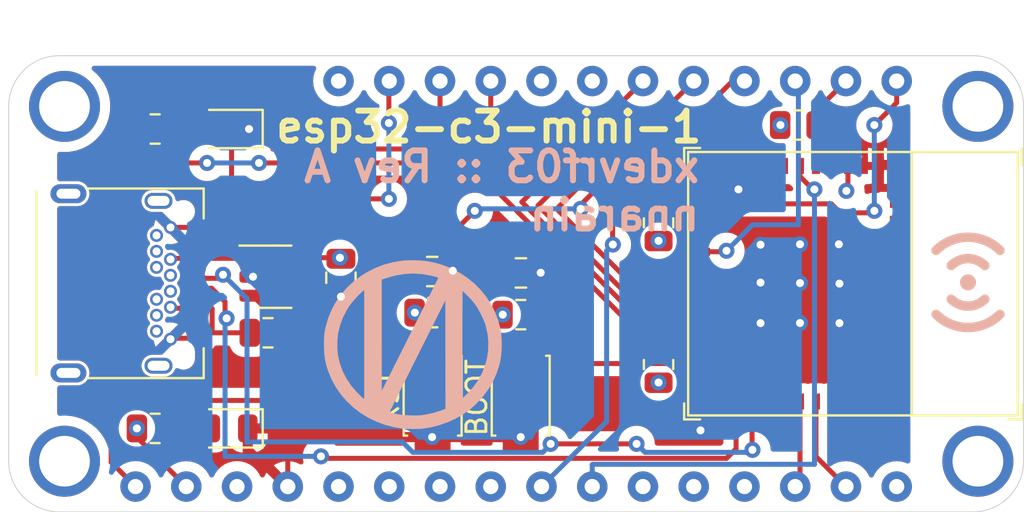
<source format=kicad_pcb>
(kicad_pcb (version 20211014) (generator pcbnew)
  (layers (0 "F.Cu" signal) (1 "In1.Cu" power "PWR") (2 "In2.Cu" power "GND") (31 "B.Cu" signal) (34 "B.Paste" user) (35 "F.Paste" user) (36 "B.SilkS" user "B.Silkscreen") (37 "F.SilkS" user "F.Silkscreen") (38 "B.Mask" user) (39 "F.Mask" user) (44 "Edge.Cuts" user))
  (net 0 "")
  (net 1 "/nreset")
  (net 2 "GND")
  (net 3 "/boot")
  (net 4 "+3V3")
  (net 5 "Net-(D1-Pad2)")
  (net 6 "Net-(D2-Pad2)")
  (net 7 "VBUS")
  (net 9 "/usb_dp")
  (net 10 "/usb_dm")
  (net 12 "Net-(R4-Pad2)")
  (net 13 "/sda")
  (net 14 "/scl")
  (net 15 "Net-(R8-Pad1)")
  (net 20 "Net-(U2-Pad7)")
  (net 21 "Net-(U2-Pad8)")
  (net 22 "Net-(U2-Pad9)")
  (net 23 "Net-(U2-Pad10)")
  (net 29 "Net-(U2-Pad21)")
  (net 30 "Net-(U2-Pad22)")
  (net 34 "/uart_rx")
  (net 35 "/uart_tx")
  (net 51 "/enable")
  (footprint "Resistor_SMD:R_0805_2012Metric" (layer "F.Cu") (at 134.4 93.3)
    (fp_text reference "R7" hide)
    (fp_text value "10k" hide)
    (pad "1" smd roundrect (at -0.9125 0) (size 1.025 1.4) (layers "F.Cu" "F.Paste" "F.Mask") (roundrect_rratio 0.243902) (net 4 "+3V3"))
    (pad "2" smd roundrect (at 0.9125 0) (size 1.025 1.4) (layers "F.Cu" "F.Paste" "F.Mask") (roundrect_rratio 0.243902) (net 1 "/nreset"))
  )
  (footprint "Capacitor_SMD:C_0805_2012Metric" (layer "F.Cu") (at 129.8 91.55 -90)
    (fp_text reference "C3" hide)
    (fp_text value "1uF" hide)
    (pad "1" smd roundrect (at -0.95 0 270) (size 1 1.45) (layers "F.Cu" "F.Paste" "F.Mask") (net 4 "+3V3"))
    (pad "2" smd roundrect (at 0.95 0 270) (size 1 1.45) (layers "F.Cu" "F.Paste" "F.Mask") (net 2 "GND"))
  )
  (footprint "symbols:logo-bsilk" (layer "F.Cu") (at 132.67932 94.887653)
    (fp_text reference "G***" hide)
    (fp_text value "LOGO" hide)
  )
  (footprint "USB-C-Connectors:TYPE-C-31-M-04" (layer "F.Cu") (at 117.56 91.83 -90)
    (fp_text reference "P1" hide)
    (fp_text value "USB_C_Plug_USB2.0" hide)
    (pad "" np_thru_hole oval locked (at 3.6 -4.36 270) (size 0.95 0.65) (drill oval 0.95 0.65) (layers *.Cu *.Mask))
    (pad "" np_thru_hole circle locked (at -3.6 -4.36 270) (size 0.65 0.65) (drill 0.65) (layers *.Cu *.Mask))
    (pad "31" thru_hole oval locked (at 4.49 1.4 270) (size 0.95 1.8) (drill oval 0.5 1.2) (layers *.Cu *.Mask))
    (pad "32" thru_hole oval locked (at 4.13 -3.11 270) (size 0.8 1.4) (drill oval 0.5 1.1) (layers *.Cu *.Mask))
    (pad "33" thru_hole oval locked (at -4.13 -3.11 270) (size 0.8 1.4) (drill oval 0.5 1.1) (layers *.Cu *.Mask))
    (pad "34" thru_hole oval locked (at -4.49 1.4 270) (size 0.95 1.8) (drill oval 0.5 1.2) (layers *.Cu *.Mask))
    (pad "A1" smd rect locked (at -2.75 -5.07 270) (size 0.3 0.8) (layers "F.Cu" "F.Paste" "F.Mask") (net 2 "GND"))
    (pad "A2" smd rect locked (at -2.25 -5.07 270) (size 0.3 0.8) (layers "F.Cu" "F.Paste" "F.Mask"))
    (pad "A3" smd rect locked (at -1.75 -5.07 270) (size 0.3 0.8) (layers "F.Cu" "F.Paste" "F.Mask"))
    (pad "A4" smd rect locked (at -1.25 -5.07 270) (size 0.3 0.8) (layers "F.Cu" "F.Paste" "F.Mask") (net 7 "VBUS"))
    (pad "A5" smd rect locked (at -0.75 -5.07 270) (size 0.3 0.8) (layers "F.Cu" "F.Paste" "F.Mask"))
    (pad "A6" smd rect locked (at -0.25 -5.07 270) (size 0.3 0.8) (layers "F.Cu" "F.Paste" "F.Mask") (net 9 "/usb_dp"))
    (pad "A7" smd rect locked (at 0.25 -5.07 270) (size 0.3 0.8) (layers "F.Cu" "F.Paste" "F.Mask") (net 10 "/usb_dm"))
    (pad "A8" smd rect locked (at 0.75 -5.07 270) (size 0.3 0.8) (layers "F.Cu" "F.Paste" "F.Mask"))
    (pad "A9" smd rect locked (at 1.25 -5.07 270) (size 0.3 0.8) (layers "F.Cu" "F.Paste" "F.Mask") (net 7 "VBUS"))
    (pad "A10" smd rect locked (at 1.75 -5.07 270) (size 0.3 0.8) (layers "F.Cu" "F.Paste" "F.Mask"))
    (pad "A11" smd rect locked (at 2.25 -5.07 270) (size 0.3 0.8) (layers "F.Cu" "F.Paste" "F.Mask"))
    (pad "A12" smd rect locked (at 2.75 -5.07 270) (size 0.3 0.8) (layers "F.Cu" "F.Paste" "F.Mask") (net 2 "GND"))
    (pad "B1" thru_hole circle locked (at 2.8 -3.71 270) (size 0.65 0.65) (drill 0.4) (layers *.Cu *.Mask) (net 2 "GND"))
    (pad "B2" thru_hole circle locked (at 2.4 -3.01 270) (size 0.65 0.65) (drill 0.4) (layers *.Cu *.Mask))
    (pad "B3" thru_hole circle locked (at 1.6 -3.01 270) (size 0.65 0.65) (drill 0.4) (layers *.Cu *.Mask))
    (pad "B4" thru_hole circle locked (at 1.2 -3.71 270) (size 0.65 0.65) (drill 0.4) (layers *.Cu *.Mask) (net 7 "VBUS"))
    (pad "B5" thru_hole circle locked (at 0.8 -3.01 270) (size 0.65 0.65) (drill 0.4) (layers *.Cu *.Mask))
    (pad "B6" thru_hole circle locked (at 0.4 -3.71 270) (size 0.65 0.65) (drill 0.4) (layers *.Cu *.Mask))
    (pad "B7" thru_hole circle locked (at -0.4 -3.71 270) (size 0.65 0.65) (drill 0.4) (layers *.Cu *.Mask))
    (pad "B8" thru_hole circle locked (at -0.8 -3.01 270) (size 0.65 0.65) (drill 0.4) (layers *.Cu *.Mask))
    (pad "B9" thru_hole circle locked (at -1.2 -3.71 270) (size 0.65 0.65) (drill 0.4) (layers *.Cu *.Mask) (net 7 "VBUS"))
    (pad "B10" thru_hole circle locked (at -1.6 -3.01 270) (size 0.65 0.65) (drill 0.4) (layers *.Cu *.Mask))
    (pad "B11" thru_hole circle locked (at -2.4 -3.01 270) (size 0.65 0.65) (drill 0.4) (layers *.Cu *.Mask))
    (pad "B12" thru_hole circle locked (at -2.8 -3.71 270) (size 0.65 0.65) (drill 0.4) (layers *.Cu *.Mask) (net 2 "GND"))
  )
  (footprint "Resistor_SMD:R_0805_2012Metric" (layer "F.Cu") (at 152.7 83.9)
    (fp_text reference "R6" hide)
    (fp_text value "10k" hide)
    (pad "1" smd roundrect (at -0.9125 0) (size 1.025 1.4) (layers "F.Cu" "F.Paste" "F.Mask") (roundrect_rratio 0.243902) (net 4 "+3V3"))
    (pad "2" smd roundrect (at 0.9125 0) (size 1.025 1.4) (layers "F.Cu" "F.Paste" "F.Mask") (roundrect_rratio 0.243902) (net 14 "/scl"))
  )
  (footprint "adafruit:Feather_Main" (layer "F.Cu") (at 136.03 77.885)
    (fp_text reference "U2" hide)
    (fp_text value "Feather" hide)
    (fp_line (start 27.939532 22.908762) (end 27.94 5.08) (layer "Edge.Cuts") (width 0.05))
    (fp_line (start -20.32 25.4) (end 25.4 25.4) (layer "Edge.Cuts") (width 0.05))
    (fp_line (start -22.86 5.08) (end -22.86 22.86) (layer "Edge.Cuts") (width 0.05))
    (fp_line (start 25.4 2.54) (end -20.32 2.54) (layer "Edge.Cuts") (width 0.05))
    (fp_arc (start -20.32 25.4) (mid -22.116051 24.656051) (end -22.86 22.86) (layer "Edge.Cuts") (width 0.05))
    (fp_arc (start -22.86 5.08) (mid -22.116051 3.283949) (end -20.32 2.54) (layer "Edge.Cuts") (width 0.05))
    (fp_arc (start 27.939532 22.908762) (mid 27.178728 24.673209) (end 25.4 25.4) (layer "Edge.Cuts") (width 0.05))
    (fp_arc (start 25.4 2.54) (mid 27.196051 3.283949) (end 27.94 5.08) (layer "Edge.Cuts") (width 0.05))
    (pad "" np_thru_hole circle (at -20.066 22.86) (size 3.556 3.556) (drill 2.54) (layers *.Cu *.Mask))
    (pad "" np_thru_hole circle (at 25.654 5.08) (size 3.556 3.556) (drill 2.54) (layers *.Cu *.Mask))
    (pad "" np_thru_hole circle (at 25.654 22.86) (size 3.556 3.556) (drill 2.54) (layers *.Cu *.Mask))
    (pad "" np_thru_hole circle (at -20.066 5.08) (size 3.556 3.556) (drill 2.54) (layers *.Cu *.Mask))
    (pad "1" thru_hole circle (at -6.35 3.81) (size 1.524 1.524) (drill 0.762) (layers *.Cu *.Mask))
    (pad "2" thru_hole circle (at -3.81 3.81) (size 1.524 1.524) (drill 0.762) (layers *.Cu *.Mask) (net 51 "/enable"))
    (pad "3" thru_hole circle (at -1.27 3.81) (size 1.524 1.524) (drill 0.762) (layers *.Cu *.Mask) (net 7 "VBUS"))
    (pad "4" thru_hole circle (at 1.27 3.81) (size 1.524 1.524) (drill 0.762) (layers *.Cu *.Mask) (net 15 "Net-(R8-Pad1)"))
    (pad "5" thru_hole circle (at 3.81 3.81) (size 1.524 1.524) (drill 0.762) (layers *.Cu *.Mask))
    (pad "6" thru_hole circle (at 6.35 3.81) (size 1.524 1.524) (drill 0.762) (layers *.Cu *.Mask))
    (pad "7" thru_hole circle (at 8.89 3.81) (size 1.524 1.524) (drill 0.762) (layers *.Cu *.Mask) (net 20 "Net-(U2-Pad7)"))
    (pad "8" thru_hole circle (at 11.43 3.81) (size 1.524 1.524) (drill 0.762) (layers *.Cu *.Mask) (net 21 "Net-(U2-Pad8)"))
    (pad "9" thru_hole circle (at 13.97 3.81) (size 1.524 1.524) (drill 0.762) (layers *.Cu *.Mask) (net 22 "Net-(U2-Pad9)"))
    (pad "10" thru_hole circle (at 16.51 3.81) (size 1.524 1.524) (drill 0.762) (layers *.Cu *.Mask) (net 23 "Net-(U2-Pad10)"))
    (pad "11" thru_hole circle (at 19.05 3.81) (size 1.524 1.524) (drill 0.762) (layers *.Cu *.Mask) (net 14 "/scl"))
    (pad "12" thru_hole circle (at 21.59 3.81) (size 1.524 1.524) (drill 0.762) (layers *.Cu *.Mask) (net 13 "/sda"))
    (pad "13" thru_hole circle (at -16.51 24.13) (size 1.524 1.524) (drill 0.762) (layers *.Cu *.Mask) (net 1 "/nreset"))
    (pad "14" thru_hole circle (at -13.97 24.13) (size 1.524 1.524) (drill 0.762) (layers *.Cu *.Mask) (net 4 "+3V3"))
    (pad "15" thru_hole circle (at -11.43 24.13) (size 1.524 1.524) (drill 0.762) (layers *.Cu *.Mask))
    (pad "16" thru_hole circle (at -8.89 24.13) (size 1.524 1.524) (drill 0.762) (layers *.Cu *.Mask) (net 2 "GND"))
    (pad "17" thru_hole circle (at -6.35 24.13) (size 1.524 1.524) (drill 0.762) (layers *.Cu *.Mask))
    (pad "18" thru_hole circle (at -3.81 24.13) (size 1.524 1.524) (drill 0.762) (layers *.Cu *.Mask))
    (pad "19" thru_hole circle (at -1.27 24.13) (size 1.524 1.524) (drill 0.762) (layers *.Cu *.Mask))
    (pad "20" thru_hole circle (at 1.27 24.13) (size 1.524 1.524) (drill 0.762) (layers *.Cu *.Mask))
    (pad "21" thru_hole circle (at 3.81 24.13) (size 1.524 1.524) (drill 0.762) (layers *.Cu *.Mask) (net 29 "Net-(U2-Pad21)"))
    (pad "22" thru_hole circle (at 6.35 24.13) (size 1.524 1.524) (drill 0.762) (layers *.Cu *.Mask) (net 30 "Net-(U2-Pad22)"))
    (pad "23" thru_hole circle (at 8.89 24.13) (size 1.524 1.524) (drill 0.762) (layers *.Cu *.Mask))
    (pad "24" thru_hole circle (at 11.43 24.13) (size 1.524 1.524) (drill 0.762) (layers *.Cu *.Mask))
    (pad "25" thru_hole circle (at 13.97 24.13) (size 1.524 1.524) (drill 0.762) (layers *.Cu *.Mask))
    (pad "26" thru_hole circle (at 16.51 24.13) (size 1.524 1.524) (drill 0.762) (layers *.Cu *.Mask) (net 34 "/uart_rx"))
    (pad "27" thru_hole circle (at 19.05 24.13) (size 1.524 1.524) (drill 0.762) (layers *.Cu *.Mask) (net 35 "/uart_tx"))
    (pad "28" thru_hole circle (at 21.59 24.13) (size 1.524 1.524) (drill 0.762) (layers *.Cu *.Mask))
  )
  (footprint "Capacitor_SMD:C_0805_2012Metric" (layer "F.Cu") (at 134.37 91.24)
    (fp_text reference "C1" hide)
    (fp_text value "100nF" hide)
    (pad "1" smd roundrect (at -0.95 0) (size 1 1.45) (layers "F.Cu" "F.Paste" "F.Mask") (net 1 "/nreset"))
    (pad "2" smd roundrect (at 0.95 0) (size 1 1.45) (layers "F.Cu" "F.Paste" "F.Mask") (net 2 "GND"))
  )
  (footprint "Resistor_SMD:R_0805_2012Metric" (layer "F.Cu") (at 145.7 88.8 90)
    (fp_text reference "R5" hide)
    (fp_text value "10k" hide)
    (pad "1" smd roundrect (at -0.9125 0 90) (size 1.025 1.4) (layers "F.Cu" "F.Paste" "F.Mask") (roundrect_rratio 0.243902) (net 4 "+3V3"))
    (pad "2" smd roundrect (at 0.9125 0 90) (size 1.025 1.4) (layers "F.Cu" "F.Paste" "F.Mask") (roundrect_rratio 0.243902) (net 13 "/sda"))
  )
  (footprint "LED_SMD:LED_0805_2012Metric" (layer "F.Cu") (at 124.2 99.1 180)
    (fp_text reference "D1" hide)
    (fp_text value "PWR" hide)
    (pad "1" smd roundrect (at -0.9375 0 180) (size 0.975 1.4) (layers "F.Cu" "F.Paste" "F.Mask") (net 2 "GND"))
    (pad "2" smd roundrect (at 0.9375 0 180) (size 0.975 1.4) (layers "F.Cu" "F.Paste" "F.Mask") (net 5 "Net-(D1-Pad2)"))
  )
  (footprint "Resistor_SMD:R_0805_2012Metric" (layer "F.Cu") (at 126.15 94.31)
    (fp_text reference "R1" hide)
    (fp_text value "10k" hide)
    (pad "1" smd roundrect (at -0.9125 0) (size 1.025 1.4) (layers "F.Cu" "F.Paste" "F.Mask") (roundrect_rratio 0.243902) (net 7 "VBUS"))
    (pad "2" smd roundrect (at 0.9125 0) (size 1.025 1.4) (layers "F.Cu" "F.Paste" "F.Mask") (roundrect_rratio 0.243902) (net 51 "/enable"))
  )
  (footprint "Resistor_SMD:R_0805_2012Metric" (layer "F.Cu") (at 145.7 95.9 90)
    (fp_text reference "R4" hide)
    (fp_text value "10k" hide)
    (pad "1" smd roundrect (at -0.9125 0 90) (size 1.025 1.4) (layers "F.Cu" "F.Paste" "F.Mask") (roundrect_rratio 0.243902) (net 4 "+3V3"))
    (pad "2" smd roundrect (at 0.9125 0 90) (size 1.025 1.4) (layers "F.Cu" "F.Paste" "F.Mask") (roundrect_rratio 0.243902) (net 12 "Net-(R4-Pad2)"))
  )
  (footprint "Resistor_SMD:R_0805_2012Metric" (layer "F.Cu") (at 120.5 84.1)
    (fp_text reference "R8" hide)
    (fp_text value "330" hide)
    (pad "1" smd roundrect (at -0.9125 0) (size 1.025 1.4) (layers "F.Cu" "F.Paste" "F.Mask") (roundrect_rratio 0.243902) (net 15 "Net-(R8-Pad1)"))
    (pad "2" smd roundrect (at 0.9125 0) (size 1.025 1.4) (layers "F.Cu" "F.Paste" "F.Mask") (roundrect_rratio 0.243902) (net 6 "Net-(D2-Pad2)"))
  )
  (footprint "Espressif:ESP32-C3-MINI-1" (layer "F.Cu") (at 152.78 91.85 -90)
    (fp_text reference "U3" hide)
    (fp_text value "ESP32-C3-MINI-1" hide)
    (pad "1" smd rect (at -5.9 -4) (size 0.4 0.8) (layers "F.Cu" "F.Paste" "F.Mask") (net 2 "GND"))
    (pad "2" smd rect (at -5.9 -3.2) (size 0.4 0.8) (layers "F.Cu" "F.Paste" "F.Mask") (net 2 "GND"))
    (pad "3" smd rect (at -5.9 -2.4) (size 0.4 0.8) (layers "F.Cu" "F.Paste" "F.Mask") (net 4 "+3V3"))
    (pad "4" smd rect (at -5.9 -1.6) (size 0.4 0.8) (layers "F.Cu" "F.Paste" "F.Mask"))
    (pad "5" smd rect (at -5.9 -0.8) (size 0.4 0.8) (layers "F.Cu" "F.Paste" "F.Mask") (net 14 "/scl"))
    (pad "6" smd rect (at -5.9 0) (size 0.4 0.8) (layers "F.Cu" "F.Paste" "F.Mask") (net 30 "Net-(U2-Pad22)"))
    (pad "7" smd rect (at -5.9 0.8) (size 0.4 0.8) (layers "F.Cu" "F.Paste" "F.Mask"))
    (pad "8" smd rect (at -5.9 1.6) (size 0.4 0.8) (layers "F.Cu" "F.Paste" "F.Mask") (net 1 "/nreset"))
    (pad "9" smd rect (at -5.9 2.4) (size 0.4 0.8) (layers "F.Cu" "F.Paste" "F.Mask"))
    (pad "10" smd rect (at -5.9 3.2) (size 0.4 0.8) (layers "F.Cu" "F.Paste" "F.Mask"))
    (pad "11" smd rect (at -5.9 4) (size 0.4 0.8) (layers "F.Cu" "F.Paste" "F.Mask") (net 2 "GND"))
    (pad "12" smd rect (at -4.8 4.9 270) (size 0.4 0.8) (layers "F.Cu" "F.Paste" "F.Mask") (net 29 "Net-(U2-Pad21)"))
    (pad "13" smd rect (at -4 4.9 270) (size 0.4 0.8) (layers "F.Cu" "F.Paste" "F.Mask") (net 13 "/sda"))
    (pad "14" smd rect (at -3.2 4.9 270) (size 0.4 0.8) (layers "F.Cu" "F.Paste" "F.Mask") (net 2 "GND"))
    (pad "15" smd rect (at -2.4 4.9 270) (size 0.4 0.8) (layers "F.Cu" "F.Paste" "F.Mask"))
    (pad "16" smd rect (at -1.6 4.9 270) (size 0.4 0.8) (layers "F.Cu" "F.Paste" "F.Mask") (net 23 "Net-(U2-Pad10)"))
    (pad "17" smd rect (at -0.8 4.9 270) (size 0.4 0.8) (layers "F.Cu" "F.Paste" "F.Mask"))
    (pad "18" smd rect (at 0 4.9 270) (size 0.4 0.8) (layers "F.Cu" "F.Paste" "F.Mask") (net 22 "Net-(U2-Pad9)"))
    (pad "19" smd rect (at 0.8 4.9 270) (size 0.4 0.8) (layers "F.Cu" "F.Paste" "F.Mask") (net 21 "Net-(U2-Pad8)"))
    (pad "20" smd rect (at 1.6 4.9 270) (size 0.4 0.8) (layers "F.Cu" "F.Paste" "F.Mask") (net 20 "Net-(U2-Pad7)"))
    (pad "21" smd rect (at 2.4 4.9 270) (size 0.4 0.8) (layers "F.Cu" "F.Paste" "F.Mask") (net 15 "Net-(R8-Pad1)"))
    (pad "22" smd rect (at 3.2 4.9 270) (size 0.4 0.8) (layers "F.Cu" "F.Paste" "F.Mask") (net 12 "Net-(R4-Pad2)"))
    (pad "23" smd rect (at 4 4.9 270) (size 0.4 0.8) (layers "F.Cu" "F.Paste" "F.Mask") (net 3 "/boot"))
    (pad "24" smd rect (at 4.8 4.9 270) (size 0.4 0.8) (layers "F.Cu" "F.Paste" "F.Mask"))
    (pad "25" smd rect (at 5.9 4) (size 0.4 0.8) (layers "F.Cu" "F.Paste" "F.Mask"))
    (pad "26" smd rect (at 5.9 3.2) (size 0.4 0.8) (layers "F.Cu" "F.Paste" "F.Mask") (net 10 "/usb_dm"))
    (pad "27" smd rect (at 5.9 2.4) (size 0.4 0.8) (layers "F.Cu" "F.Paste" "F.Mask") (net 9 "/usb_dp"))
    (pad "28" smd rect (at 5.9 1.6) (size 0.4 0.8) (layers "F.Cu" "F.Paste" "F.Mask"))
    (pad "29" smd rect (at 5.9 0.8) (size 0.4 0.8) (layers "F.Cu" "F.Paste" "F.Mask"))
    (pad "30" smd rect (at 5.9 0) (size 0.4 0.8) (layers "F.Cu" "F.Paste" "F.Mask") (net 34 "/uart_rx"))
    (pad "31" smd rect (at 5.9 -0.8) (size 0.4 0.8) (layers "F.Cu" "F.Paste" "F.Mask") (net 35 "/uart_tx"))
    (pad "32" smd rect (at 5.9 -1.6) (size 0.4 0.8) (layers "F.Cu" "F.Paste" "F.Mask"))
    (pad "33" smd rect (at 5.9 -2.4) (size 0.4 0.8) (layers "F.Cu" "F.Paste" "F.Mask"))
    (pad "34" smd rect (at 5.9 -3.2) (size 0.4 0.8) (layers "F.Cu" "F.Paste" "F.Mask"))
    (pad "35" smd rect (at 5.9 -4) (size 0.4 0.8) (layers "F.Cu" "F.Paste" "F.Mask"))
    (pad "36" smd rect (at 0.8 -4.9 270) (size 0.4 0.8) (layers "F.Cu" "F.Paste" "F.Mask") (net 2 "GND"))
    (pad "36" smd rect (at -1.6 -4.9 270) (size 0.4 0.8) (layers "F.Cu" "F.Paste" "F.Mask") (net 2 "GND"))
    (pad "36" smd rect (at -1.975 0) (size 1.45 1.45) (layers "F.Cu" "F.Paste" "F.Mask") (net 2 "GND"))
    (pad "36" smd rect (at -0.8 -4.9 270) (size 0.4 0.8) (layers "F.Cu" "F.Paste" "F.Mask") (net 2 "GND"))
    (pad "36" smd rect (at -5.95 -4.95) (size 0.7 0.7) (layers "F.Cu" "F.Paste" "F.Mask") (net 2 "GND"))
    (pad "36" smd rect (at 1.975 1.975) (size 1.45 1.45) (layers "F.Cu" "F.Paste" "F.Mask") (net 2 "GND"))
    (pad "36" smd rect (at 1.6 -4.9 270) (size 0.4 0.8) (layers "F.Cu" "F.Paste" "F.Mask") (net 2 "GND"))
    (pad "36" smd rect (at 0 0) (size 1.45 1.45) (layers "F.Cu" "F.Paste" "F.Mask") (net 2 "GND"))
    (pad "36" smd rect (at 5.95 -4.95) (size 0.7 0.7) (layers "F.Cu" "F.Paste" "F.Mask") (net 2 "GND"))
    (pad "36" smd rect (at 1.975 -1.975) (size 1.45 1.45) (layers "F.Cu" "F.Paste" "F.Mask") (net 2 "GND"))
    (pad "36" smd rect (at 2.4 -4.9 270) (size 0.4 0.8) (layers "F.Cu" "F.Paste" "F.Mask") (net 2 "GND"))
    (pad "36" smd rect (at -5.95 4.95) (size 0.7 0.7) (layers "F.Cu" "F.Paste" "F.Mask") (net 2 "GND"))
    (pad "36" smd rect (at -4.8 -4.9 270) (size 0.4 0.8) (layers "F.Cu" "F.Paste" "F.Mask") (net 2 "GND"))
    (pad "36" smd rect (at -2.4 -4.9 270) (size 0.4 0.8) (layers "F.Cu" "F.Paste" "F.Mask") (net 2 "GND"))
    (pad "36" smd rect (at 4 -4.9 270) (size 0.4 0.8) (layers "F.Cu" "F.Paste" "F.Mask") (net 2 "GND"))
    (pad "36" smd rect (at -4 -4.9 270) (size 0.4 0.8) (layers "F.Cu" "F.Paste" "F.Mask") (net 2 "GND"))
    (pad "36" smd rect (at 3.2 -4.9 270) (size 0.4 0.8) (layers "F.Cu" "F.Paste" "F.Mask") (net 2 "GND"))
    (pad "36" smd rect (at 0 -4.9 270) (size 0.4 0.8) (layers "F.Cu" "F.Paste" "F.Mask") (net 2 "GND"))
    (pad "36" smd rect (at 0 1.975) (size 1.45 1.45) (layers "F.Cu" "F.Paste" "F.Mask") (net 2 "GND"))
    (pad "36" smd rect (at 0 -1.975) (size 1.45 1.45) (layers "F.Cu" "F.Paste" "F.Mask") (net 2 "GND"))
    (pad "36" smd rect (at -1.975 1.975) (size 1.45 1.45) (layers "F.Cu" "F.Paste" "F.Mask") (net 2 "GND"))
    (pad "36" smd rect (at 5.95 4.95) (size 0.7 0.7) (layers "F.Cu" "F.Paste" "F.Mask") (net 2 "GND"))
    (pad "36" smd rect (at 1.975 0) (size 1.45 1.45) (layers "F.Cu" "F.Paste" "F.Mask") (net 2 "GND"))
    (pad "36" smd rect (at 4.8 -4.9 270) (size 0.4 0.8) (layers "F.Cu" "F.Paste" "F.Mask") (net 2 "GND"))
    (pad "36" smd custom (at -1.975 -1.975 270) (size 0.8 0.8) (layers "F.Cu" "F.Paste" "F.Mask") (net 2 "GND") (options (clearance outline) (anchor rect)) (primitives (gr_poly (pts (xy 0.725 0.725) (xy -0.725 0.725) (xy -0.725 -0.125) (xy -0.125 -0.725) (xy 0.725 -0.725)) (width 0) (fill yes))))
    (pad "36" smd rect (at -3.2 -4.9 270) (size 0.4 0.8) (layers "F.Cu" "F.Paste" "F.Mask") (net 2 "GND"))
  )
  (footprint "tactile-switches:TS-1088-AR02016" (layer "F.Cu") (at 134.39 97.46 90)
    (fp_text reference "SW1" hide)
    (fp_text value "RST" (at -0.1 -2.2 90 unlocked) (layer "F.SilkS"))
    (pad "1" smd rect (at -2.075 0 90) (size 1.35 1.8) (layers "F.Cu" "F.Paste" "F.Mask") (net 2 "GND"))
    (pad "2" smd rect (at 2.075 0 90) (size 1.35 1.85) (layers "F.Cu" "F.Paste" "F.Mask") (net 1 "/nreset"))
  )
  (footprint "Resistor_SMD:R_0805_2012Metric" (layer "F.Cu") (at 120.5 99.1)
    (fp_text reference "R3" hide)
    (fp_text value "330" hide)
    (pad "1" smd roundrect (at -0.9125 0) (size 1.025 1.4) (layers "F.Cu" "F.Paste" "F.Mask") (roundrect_rratio 0.243902) (net 4 "+3V3"))
    (pad "2" smd roundrect (at 0.9125 0) (size 1.025 1.4) (layers "F.Cu" "F.Paste" "F.Mask") (roundrect_rratio 0.243902) (net 5 "Net-(D1-Pad2)"))
  )
  (footprint "Resistor_SMD:R_0805_2012Metric" (layer "F.Cu") (at 138.8 93.4)
    (fp_text reference "R2" hide)
    (fp_text value "10k" hide)
    (pad "1" smd roundrect (at -0.9125 0) (size 1.025 1.4) (layers "F.Cu" "F.Paste" "F.Mask") (roundrect_rratio 0.243902) (net 4 "+3V3"))
    (pad "2" smd roundrect (at 0.9125 0) (size 1.025 1.4) (layers "F.Cu" "F.Paste" "F.Mask") (roundrect_rratio 0.243902) (net 3 "/boot"))
  )
  (footprint "tactile-switches:TS-1088-AR02016" (layer "F.Cu") (at 138.8 97.46 90)
    (fp_text reference "SW2" hide)
    (fp_text value "BOOT" (at -0.1 -2.2 90 unlocked) (layer "F.SilkS"))
    (pad "1" smd rect (at -2.075 0 90) (size 1.35 1.8) (layers "F.Cu" "F.Paste" "F.Mask") (net 2 "GND"))
    (pad "2" smd rect (at 2.075 0 90) (size 1.35 1.85) (layers "F.Cu" "F.Paste" "F.Mask") (net 3 "/boot"))
  )
  (footprint "LED_SMD:LED_0805_2012Metric" (layer "F.Cu") (at 124.2 84.1 180)
    (fp_text reference "D2" hide)
    (fp_text value "USER" hide)
    (pad "1" smd roundrect (at -0.9375 0 180) (size 0.975 1.4) (layers "F.Cu" "F.Paste" "F.Mask") (net 2 "GND"))
    (pad "2" smd roundrect (at 0.9375 0 180) (size 0.975 1.4) (layers "F.Cu" "F.Paste" "F.Mask") (net 6 "Net-(D2-Pad2)"))
  )
  (footprint "symbols:radio1" (layer "F.Cu") (at 161.2 91.78 90)
    (fp_text reference "G***" hide)
    (fp_text value "LOGO" hide)
  )
  (footprint "Capacitor_SMD:C_0805_2012Metric" (layer "F.Cu") (at 138.81 91.31)
    (fp_text reference "C2" hide)
    (fp_text value "100nF" hide)
    (pad "1" smd roundrect (at -0.95 0) (size 1 1.45) (layers "F.Cu" "F.Paste" "F.Mask") (net 3 "/boot"))
    (pad "2" smd roundrect (at 0.95 0) (size 1 1.45) (layers "F.Cu" "F.Paste" "F.Mask") (net 2 "GND"))
  )
  (footprint "Package_TO_SOT_SMD:SOT-23-5" (layer "F.Cu") (at 126.52 91.5)
    (fp_text reference "U1" hide)
    (fp_text value "AP2112K-3.3" hide)
    (pad "1" smd roundrect (at -1.1375 -0.95) (size 1.325 0.6) (layers "F.Cu" "F.Paste" "F.Mask") (net 7 "VBUS"))
    (pad "2" smd roundrect (at -1.1375 0) (size 1.325 0.6) (layers "F.Cu" "F.Paste" "F.Mask") (net 2 "GND"))
    (pad "3" smd roundrect (at -1.1375 0.95) (size 1.325 0.6) (layers "F.Cu" "F.Paste" "F.Mask") (net 51 "/enable"))
    (pad "4" smd roundrect (at 1.1375 0.95) (size 1.325 0.6) (layers "F.Cu" "F.Paste" "F.Mask"))
    (pad "5" smd roundrect (at 1.1375 -0.95) (size 1.325 0.6) (layers "F.Cu" "F.Paste" "F.Mask") (net 4 "+3V3"))
  )
  (gr_text "xdevrf03 :: Rev A\nnnarain" (at 147.9 87.2) (layer "B.SilkS") (effects (font (size 1.5 1.5) (thickness 0.3)) (justify left mirror)))
  (gr_text "esp32-c3-mini-1" (at 137.2 84) (layer "F.SilkS") (effects (font (size 1.5 1.5) (thickness 0.3))))
  (segment (start 145 84.7) (end 141.8 87.9) (width 0.25) (layer "F.Cu") (net 1))
  (segment (start 134.39 95.385) (end 134.39 96.81) (width 0.25) (layer "F.Cu") (net 1))
  (segment (start 151.18 85.18) (end 150.7 84.7) (width 0.25) (layer "F.Cu") (net 1))
  (segment (start 133.5 97.7) (end 118.5 97.7) (width 0.25) (layer "F.Cu") (net 1))
  (segment (start 136.5 88.2) (end 133.46 91.24) (width 0.25) (layer "F.Cu") (net 1))
  (segment (start 134.39 95.385) (end 134.39 94.2225) (width 0.25) (layer "F.Cu") (net 1))
  (segment (start 133.46 91.24) (end 133.42 91.24) (width 0.25) (layer "F.Cu") (net 1))
  (segment (start 118.5 97.7) (end 118.3 97.9) (width 0.25) (layer "F.Cu") (net 1))
  (segment (start 141.8 87.9) (end 141.8 88.1) (width 0.25) (layer "F.Cu") (net 1))
  (segment (start 118.3 97.9) (end 118.3 100.795) (width 0.25) (layer "F.Cu") (net 1))
  (segment (start 151.18 85.95) (end 151.18 85.18) (width 0.25) (layer "F.Cu") (net 1))
  (segment (start 118.3 100.795) (end 119.52 102.015) (width 0.25) (layer "F.Cu") (net 1))
  (segment (start 134.39 96.81) (end 133.5 97.7) (width 0.25) (layer "F.Cu") (net 1))
  (segment (start 133.42 91.24) (end 133.42 91.4075) (width 0.25) (layer "F.Cu") (net 1))
  (segment (start 150.7 84.7) (end 145 84.7) (width 0.25) (layer "F.Cu") (net 1))
  (segment (start 134.39 94.2225) (end 135.3125 93.3) (width 0.25) (layer "F.Cu") (net 1))
  (segment (start 133.42 91.4075) (end 135.3125 93.3) (width 0.25) (layer "F.Cu") (net 1))
  (via (at 141.8 88.1) (size 0.8) (drill 0.4) (layers "F.Cu" "B.Cu") (net 1))
  (via (at 136.5 88.2) (size 0.8) (drill 0.4) (layers "F.Cu" "B.Cu") (net 1))
  (segment (start 136.6 88.1) (end 136.5 88.2) (width 0.25) (layer "B.Cu") (net 1))
  (segment (start 141.8 88.1) (end 136.6 88.1) (width 0.25) (layer "B.Cu") (net 1))
  (segment (start 157.68 93.78) (end 157.68 94.25) (width 0.25) (layer "F.Cu") (net 2))
  (segment (start 152.78 89.875) (end 154.725 89.875) (width 0.25) (layer "F.Cu") (net 2))
  (segment (start 148.78 86.78) (end 149.2 87.2) (width 0.25) (layer "F.Cu") (net 2))
  (segment (start 134.365 99.535) (end 134.39 99.535) (width 0.25) (layer "F.Cu") (net 2))
  (segment (start 150.805 91.795) (end 150.805 91.85) (width 0.25) (layer "F.Cu") (net 2))
  (segment (start 157.575 89.875) (end 157.68 89.98) (width 0.25) (layer "F.Cu") (net 2))
  (segment (start 154.725 89.875) (end 157.575 89.875) (width 0.25) (layer "F.Cu") (net 2))
  (segment (start 147.88 88.65) (end 150.65 88.65) (width 0.25) (layer "F.Cu") (net 2))
  (segment (start 152.78 91.85) (end 154.755 91.85) (width 0.25) (layer "F.Cu") (net 2))
  (segment (start 157.68 89.45) (end 157.68 89.98) (width 0.25) (layer "F.Cu") (net 2))
  (segment (start 121.32 94.58) (end 122.63 94.58) (width 0.25) (layer "F.Cu") (net 2))
  (segment (start 157.68 94.25) (end 157.68 95.05) (width 0.25) (layer "F.Cu") (net 2))
  (segment (start 127.14 102.015) (end 127.14 99.76) (width 0.25) (layer "F.Cu") (net 2))
  (segment (start 155.98 85.95) (end 156.78 85.95) (width 0.25) (layer "F.Cu") (net 2))
  (segment (start 157.68 89.98) (end 157.68 90.25) (width 0.25) (layer "F.Cu") (net 2))
  (segment (start 157.68 85.95) (end 157.73 85.9) (width 0.25) (layer "F.Cu") (net 2))
  (segment (start 154.755 93.825) (end 154.755 91.85) (width 0.25) (layer "F.Cu") (net 2))
  (segment (start 121.27 94.63) (end 121.32 94.58) (width 0.25) (layer "F.Cu") (net 2))
  (segment (start 157.68 91.85) (end 157.68 92.65) (width 0.25) (layer "F.Cu") (net 2))
  (segment (start 150.805 89.895) (end 150.805 91.795) (width 0.25) (layer "F.Cu") (net 2))
  (segment (start 148.78 85.95) (end 148.78 86.78) (width 0.25) (layer "F.Cu") (net 2))
  (segment (start 154.725 89.875) (end 154.755 89.875) (width 0.25) (layer "F.Cu") (net 2))
  (segment (start 154.755 93.825) (end 157.635 93.825) (width 0.25) (layer "F.Cu") (net 2))
  (segment (start 152.78 93.825) (end 154.755 93.825) (width 0.25) (layer "F.Cu") (net 2))
  (segment (start 150.805 88.805) (end 150.805 89.875) (width 0.25) (layer "F.Cu") (net 2))
  (segment (start 157.68 91.05) (end 157.68 91.85) (width 0.25) (layer "F.Cu") (net 2))
  (segment (start 125.1375 100.0125) (end 127.14 102.015) (width 0.25) (layer "F.Cu") (net 2))
  (segment (start 147.83 99.17) (end 147.8 99.2) (width 0.25) (layer "F.Cu") (net 2))
  (segment (start 127.14 99.76) (end 127.365 99.535) (width 0.25) (layer "F.Cu") (net 2))
  (segment (start 147.83 97.8) (end 147.83 99.17) (width 0.25) (layer "F.Cu") (net 2))
  (segment (start 157.68 88.65) (end 157.68 89.45) (width 0.25) (layer "F.Cu") (net 2))
  (segment (start 122.58 89.03) (end 122.63 89.08) (width 0.25) (layer "F.Cu") (net 2))
  (segment (start 149.7 87.2) (end 149.7 87.1255) (width 0.25) (layer "F.Cu") (net 2))
  (segment (start 154.755 89.875) (end 154.755 91.845) (width 0.25) (layer "F.Cu") (net 2))
  (segment (start 157.68 87.85) (end 157.68 87.05) (width 0.25) (layer "F.Cu") (net 2))
  (segment (start 125.3825 91.5) (end 125.4 91.5) (width 0.25) (layer "F.Cu") (net 2))
  (segment (start 152.78 91.85) (end 152.78 93.82) (width 0.25) (layer "F.Cu") (net 2))
  (segment (start 157.68 92.65) (end 157.68 93.45) (width 0.25) (layer "F.Cu") (net 2))
  (segment (start 147.83 85.9) (end 148.73 85.9) (width 0.25) (layer "F.Cu") (net 2))
  (segment (start 154.755 91.845) (end 154.755 91.85) (width 0.25) (layer "F.Cu") (net 2))
  (segment (start 154.755 91.85) (end 157.68 91.85) (width 0.25) (layer "F.Cu") (net 2))
  (segment (start 150.805 93.825) (end 152.78 93.825) (width 0.25) (layer "F.Cu") (net 2))
  (segment (start 157.635 93.825) (end 157.68 93.78) (width 0.25) (layer "F.Cu") (net 2))
  (segment (start 157.73 87) (end 157.68 87.05) (width 0.25) (layer "F.Cu") (net 2))
  (segment (start 152.78 93.82) (end 152.78 93.825) (width 0.25) (layer "F.Cu") (net 2))
  (segment (start 156.78 85.95) (end 157.68 85.95) (width 0.25) (layer "F.Cu") (net 2))
  (segment (start 152.78 89.875) (end 152.78 91.82) (width 0.25) (layer "F.Cu") (net 2))
  (segment (start 157.73 85.9) (end 157.73 87) (width 0.25) (layer "F.Cu") (net 2))
  (segment (start 157.68 87.85) (end 157.68 88.65) (width 0.25) (layer "F.Cu") (net 2))
  (segment (start 125.1375 99.1) (end 125.1375 100.0125) (width 0.25) (layer "F.Cu") (net 2))
  (segment (start 148.73 85.9) (end 148.78 85.95) (width 0.25) (layer "F.Cu") (net 2))
  (segment (start 150.65 88.65) (end 150.805 88.805) (width 0.25) (layer "F.Cu") (net 2))
  (segment (start 157.68 97.75) (end 157.73 97.8) (width 0.25) (layer "F.Cu") (net 2))
  (segment (start 150.805 89.875) (end 152.78 89.875) (width 0.25) (layer "F.Cu") (net 2))
  (segment (start 150.805 91.85) (end 150.805 93.825) (width 0.25) (layer "F.Cu") (net 2))
  (segment (start 121.27 89.03) (end 122.58 89.03) (width 0.25) (layer "F.Cu") (net 2))
  (segment (start 157.68 93.45) (end 157.68 93.78) (width 0.25) (layer "F.Cu") (net 2))
  (segment (start 149.2 87.2) (end 149.7 87.2) (width 0.25) (layer "F.Cu") (net 2))
  (segment (start 157.68 95.85) (end 157.68 96.65) (width 0.25) (layer "F.Cu") (net 2))
  (segment (start 127.365 99.535) (end 134.365 99.535) (width 0.25) (layer "F.Cu") (net 2))
  (segment (start 152.78 91.82) (end 152.78 91.85) (width 0.25) (layer "F.Cu") (net 2))
  (segment (start 157.68 96.65) (end 157.68 97.75) (width 0.25) (layer "F.Cu") (net 2))
  (segment (start 157.68 95.05) (end 157.68 95.85) (width 0.25) (layer "F.Cu") (net 2))
  (segment (start 134.39 99.535) (end 138.8 99.535) (width 0.25) (layer "F.Cu") (net 2))
  (segment (start 150.805 89.875) (end 150.805 89.895) (width 0.25) (layer "F.Cu") (net 2))
  (segment (start 152.78 91.85) (end 150.805 91.85) (width 0.25) (layer "F.Cu") (net 2))
  (segment (start 157.68 90.25) (end 157.68 91.05) (width 0.25) (layer "F.Cu") (net 2))
  (via (at 154.755 91.845) (size 0.8) (drill 0.4) (layers "F.Cu" "B.Cu") (net 2))
  (via (at 150.805 89.895) (size 0.8) (drill 0.4) (layers "F.Cu" "B.Cu") (net 2))
  (via (at 154.755 93.825) (size 0.8) (drill 0.4) (layers "F.Cu" "B.Cu") (net 2))
  (via (at 149.7 87.1255) (size 0.8) (drill 0.4) (layers "F.Cu" "B.Cu") (net 2))
  (via (at 129.8 92.5) (size 0.8) (drill 0.4) (layers "F.Cu" "B.Cu") (net 2))
  (via (at 154.725 89.875) (size 0.8) (drill 0.4) (layers "F.Cu" "B.Cu") (net 2))
  (via (at 139.8 91.3) (size 0.8) (drill 0.4) (layers "F.Cu" "B.Cu") (net 2))
  (via (at 152.78 89.875) (size 0.8) (drill 0.4) (layers "F.Cu" "B.Cu") (net 2))
  (via (at 138.8 99.535) (size 0.8) (drill 0.4) (layers "F.Cu" "B.Cu") (net 2))
  (via (at 152.78 93.82) (size 0.8) (drill 0.4) (layers "F.Cu" "B.Cu") (net 2))
  (via (at 147.8 99.2) (size 0.8) (drill 0.4) (layers "F.Cu" "B.Cu") (net 2))
  (via (at 152.78 91.82) (size 0.8) (drill 0.4) (layers "F.Cu" "B.Cu") (net 2))
  (via (at 150.805 93.825) (size 0.8) (drill 0.4) (layers "F.Cu" "B.Cu") (net 2))
  (via (at 135.4 91.2) (size 0.8) (drill 0.4) (layers "F.Cu" "B.Cu") (net 2))
  (via (at 125.4 91.5) (size 0.8) (drill 0.4) (layers "F.Cu" "B.Cu") (net 2))
  (via (at 134.365 99.535) (size 0.8) (drill 0.4) (layers "F.Cu" "B.Cu") (net 2))
  (via (at 125.2 84.1) (size 0.8) (drill 0.4) (layers "F.Cu" "B.Cu") (net 2))
  (via (at 150.805 91.795) (size 0.8) (drill 0.4) (layers "F.Cu" "B.Cu") (net 2))
  (segment (start 139.265 95.85) (end 138.8 95.385) (width 0.25) (layer "F.Cu") (net 3))
  (segment (start 147.88 95.85) (end 139.265 95.85) (width 0.25) (layer "F.Cu") (net 3))
  (segment (start 139.7125 94.4725) (end 138.8 95.385) (width 0.25) (layer "F.Cu") (net 3))
  (segment (start 139.7125 93.4) (end 139.7125 94.4725) (width 0.25) (layer "F.Cu") (net 3))
  (segment (start 137.86 91.5475) (end 139.7125 93.4) (width 0.25) (layer "F.Cu") (net 3))
  (segment (start 137.86 91.31) (end 137.86 91.5475) (width 0.25) (layer "F.Cu") (net 3))
  (segment (start 127.6575 90.55) (end 129.75 90.55) (width 0.25) (layer "F.Cu") (net 4))
  (segment (start 122.06 102.015) (end 119.5875 99.5425) (width 0.25) (layer "F.Cu") (net 4))
  (segment (start 155.18 85.95) (end 155.18 87.12) (width 0.25) (layer "F.Cu") (net 4))
  (segment (start 155.18 87.12) (end 155.1 87.2) (width 0.25) (layer "F.Cu") (net 4))
  (segment (start 119.5875 99.5425) (end 119.5875 99.1) (width 0.25) (layer "F.Cu") (net 4))
  (segment (start 129.75 90.55) (end 129.8 90.6) (width 0.25) (layer "F.Cu") (net 4))
  (via (at 145.7 89.7) (size 0.8) (drill 0.4) (layers "F.Cu" "B.Cu") (net 4))
  (via (at 133.5 93.3) (size 0.8) (drill 0.4) (layers "F.Cu" "B.Cu") (net 4))
  (via (at 151.8 83.9) (size 0.8) (drill 0.4) (layers "F.Cu" "B.Cu") (net 4))
  (via (at 137.9 93.4) (size 0.8) (drill 0.4) (layers "F.Cu" "B.Cu") (net 4))
  (via (at 129.75 90.55) (size 0.8) (drill 0.4) (layers "F.Cu" "B.Cu") (net 4))
  (via (at 145.7 96.8) (size 0.8) (drill 0.4) (layers "F.Cu" "B.Cu") (net 4))
  (via (at 119.5875 99.1) (size 0.8) (drill 0.4) (layers "F.Cu" "B.Cu") (net 4))
  (via (at 155.1 87.2) (size 0.8) (drill 0.4) (layers "F.Cu" "B.Cu") (net 4))
  (segment (start 121.4125 99.1) (end 123.2625 99.1) (width 0.25) (layer "F.Cu") (net 5))
  (segment (start 121.4125 84.1) (end 123.2625 84.1) (width 0.25) (layer "F.Cu") (net 6))
  (segment (start 122.63 90.58) (end 125.3525 90.58) (width 0.25) (layer "F.Cu") (net 7))
  (segment (start 126.4 85.1) (end 134.4 85.1) (width 0.25) (layer "F.Cu") (net 7))
  (segment (start 124.32548 89.49298) (end 124.32548 82.97452) (width 0.25) (layer "F.Cu") (net 7))
  (segment (start 124.32548 82.97452) (end 126.27452 82.97452) (width 0.25) (layer "F.Cu") (net 7))
  (segment (start 121.92 90.64) (end 121.92 93.02) (width 0.25) (layer "F.Cu") (net 7))
  (segment (start 126.4 83.1) (end 126.4 85.1) (width 0.25) (layer "F.Cu") (net 7))
  (segment (start 121.32 90.58) (end 122.63 90.58) (width 0.25) (layer "F.Cu") (net 7))
  (segment (start 121.27 90.63) (end 121.32 90.58) (width 0.25) (layer "F.Cu") (net 7))
  (segment (start 121.27 93.03) (end 121.32 93.08) (width 0.25) (layer "F.Cu") (net 7))
  (segment (start 125.3825 90.55) (end 124.32548 89.49298) (width 0.25) (layer "F.Cu") (net 7))
  (segment (start 125.3525 90.58) (end 125.3825 90.55) (width 0.25) (layer "F.Cu") (net 7))
  (segment (start 126.27452 82.97452) (end 126.4 83.1) (width 0.25) (layer "F.Cu") (net 7))
  (segment (start 121.98 93.08) (end 122.63 93.08) (width 0.25) (layer "F.Cu") (net 7))
  (segment (start 122.63 90.58) (end 121.98 90.58) (width 0.25) (layer "F.Cu") (net 7))
  (segment (start 121.92 93.02) (end 121.98 93.08) (width 0.25) (layer "F.Cu") (net 7))
  (segment (start 122.63 93.08) (end 123.329022 93.08) (width 0.25) (layer "F.Cu") (net 7))
  (segment (start 121.32 93.08) (end 121.98 93.08) (width 0.25) (layer "F.Cu") (net 7))
  (segment (start 121.98 90.58) (end 121.92 90.64) (width 0.25) (layer "F.Cu") (net 7))
  (segment (start 123.354511 94.31) (end 125.2375 94.31) (width 0.25) (layer "F.Cu") (net 7))
  (segment (start 134.4 85.1) (end 134.76 84.74) (width 0.25) (layer "F.Cu") (net 7))
  (segment (start 123.329022 93.08) (end 123.354511 93.105489) (width 0.25) (layer "F.Cu") (net 7))
  (segment (start 123.354511 93.105489) (end 123.354511 94.31) (width 0.25) (layer "F.Cu") (net 7))
  (segment (start 134.76 84.74) (end 134.76 81.695) (width 0.25) (layer "F.Cu") (net 7))
  (segment (start 150.4 100.1755) (end 150.38 100.1555) (width 0.25) (layer "F.Cu") (net 9))
  (segment (start 122.63 91.58) (end 123.72 91.58) (width 0.25) (layer "F.Cu") (net 9))
  (segment (start 144.4755 99.8755) (end 144.6 100) (width 0.25) (layer "F.Cu") (net 9))
  (segment (start 150.38 100.1555) (end 150.38 97.75) (width 0.25) (layer "F.Cu") (net 9))
  (segment (start 144.6 100) (end 144.6 99.8755) (width 0.25) (layer "F.Cu") (net 9))
  (segment (start 123.72 91.58) (end 123.9 91.4) (width 0.25) (layer "F.Cu") (net 9))
  (segment (start 140.299502 99.8755) (end 144.4755 99.8755) (width 0.25) (layer "F.Cu") (net 9))
  (via (at 123.9 91.4) (size 0.8) (drill 0.4) (layers "F.Cu" "B.Cu") (net 9))
  (via (at 150.4 100.1755) (size 0.8) (drill 0.4) (layers "F.Cu" "B.Cu") (net 9))
  (via (at 144.6 99.8755) (size 0.8) (drill 0.4) (layers "F.Cu" "B.Cu") (net 9))
  (via (at 140.299502 99.8755) (size 0.8) (drill 0.4) (layers "F.Cu" "B.Cu") (net 9))
  (segment (start 140.299502 99.900498) (end 140.299502 99.8755) (width 0.25) (layer "B.Cu") (net 9))
  (segment (start 132.875489 99.775489) (end 133.4 100.3) (width 0.25) (layer "B.Cu") (net 9))
  (segment (start 125.124511 99.775489) (end 132.875489 99.775489) (width 0.25) (layer "B.Cu") (net 9))
  (segment (start 123.9 91.4) (end 125.1 92.6) (width 0.25) (layer "B.Cu") (net 9))
  (segment (start 125.1 92.6) (end 125.1 99.8) (width 0.25) (layer "B.Cu") (net 9))
  (segment (start 133.4 100.3) (end 139.9 100.3) (width 0.25) (layer "B.Cu") (net 9))
  (segment (start 125.1 99.8) (end 125.124511 99.775489) (width 0.25) (layer "B.Cu") (net 9))
  (segment (start 139.9 100.3) (end 140.299502 99.900498) (width 0.25) (layer "B.Cu") (net 9))
  (segment (start 145.0245 100.3) (end 144.6 99.8755) (width 0.25) (layer "B.Cu") (net 9))
  (segment (start 150.2755 100.3) (end 145.0245 100.3) (width 0.25) (layer "B.Cu") (net 9))
  (segment (start 150.4 100.1755) (end 150.2755 100.3) (width 0.25) (layer "B.Cu") (net 9))
  (segment (start 123.329022 92.08) (end 124 92.750978) (width 0.25) (layer "F.Cu") (net 10))
  (segment (start 124.064511 93.6) (end 124.079011 93.5855) (width 0.25) (layer "F.Cu") (net 10))
  (segment (start 128.9 100.6) (end 149.1 100.6) (width 0.25) (layer "F.Cu") (net 10))
  (segment (start 128.8 100.5) (end 128.9 100.6) (width 0.25) (layer "F.Cu") (net 10))
  (segment (start 122.63 92.08) (end 123.329022 92.08) (width 0.25) (layer "F.Cu") (net 10))
  (segment (start 124 93.6) (end 124.064511 93.6) (width 0.25) (layer "F.Cu") (net 10))
  (segment (start 124 92.750978) (end 124 93.6) (width 0.25) (layer "F.Cu") (net 10))
  (segment (start 149.1 100.6) (end 149.58 100.12) (width 0.25) (layer "F.Cu") (net 10))
  (segment (start 149.58 100.12) (end 149.58 97.75) (width 0.25) (layer "F.Cu") (net 10))
  (via (at 124.079011 93.5855) (size 0.8) (drill 0.4) (layers "F.Cu" "B.Cu") (net 10))
  (via (at 128.8 100.5) (size 0.8) (drill 0.4) (layers "F.Cu" "B.Cu") (net 10))
  (segment (start 124 93.664511) (end 124 100.5) (width 0.25) (layer "B.Cu") (net 10))
  (segment (start 124.079011 93.5855) (end 124 93.664511) (width 0.25) (layer "B.Cu") (net 10))
  (segment (start 124 100.5) (end 128.8 100.5) (width 0.25) (layer "B.Cu") (net 10))
  (segment (start 147.8175 94.9875) (end 147.88 95.05) (width 0.25) (layer "F.Cu") (net 12))
  (segment (start 145.7 94.9875) (end 147.8175 94.9875) (width 0.25) (layer "F.Cu") (net 12))
  (segment (start 147.88 87.85) (end 154.35 87.85) (width 0.25) (layer "F.Cu") (net 13))
  (segment (start 145.7 87.8875) (end 147.8425 87.8875) (width 0.25) (layer "F.Cu") (net 13))
  (segment (start 154.35 87.85) (end 154.8 88.3) (width 0.25) (layer "F.Cu") (net 13))
  (segment (start 157.62 82.78) (end 157.62 81.695) (width 0.25) (layer "F.Cu") (net 13))
  (segment (start 147.8425 87.8875) (end 147.88 87.85) (width 0.25) (layer "F.Cu") (net 13))
  (segment (start 154.8 88.3) (end 156.4 88.3) (width 0.25) (layer "F.Cu") (net 13))
  (segment (start 156.4 88.3) (end 156.5 88.2) (width 0.25) (layer "F.Cu") (net 13))
  (segment (start 156.5 83.9) (end 157.62 82.78) (width 0.25) (layer "F.Cu") (net 13))
  (via (at 156.5 88.2) (size 0.8) (drill 0.4) (layers "F.Cu" "B.Cu") (net 13))
  (via (at 156.5 83.9) (size 0.8) (drill 0.4) (layers "F.Cu" "B.Cu") (net 13))
  (segment (start 156.5 88.2) (end 156.5 83.9) (width 0.25) (layer "B.Cu") (net 13))
  (segment (start 153.58 85.95) (end 153.58 83.9325) (width 0.25) (layer "F.Cu") (net 14))
  (segment (start 153.6125 83.1625) (end 155.08 81.695) (width 0.25) (layer "F.Cu") (net 14))
  (segment (start 153.58 83.9325) (end 153.6125 83.9) (width 0.25) (layer "F.Cu") (net 14))
  (segment (start 153.6125 83.9) (end 153.6125 83.1625) (width 0.25) (layer "F.Cu") (net 14))
  (segment (start 119.5875 84.1) (end 119.5875 85.5875) (width 0.25) (layer "F.Cu") (net 15))
  (segment (start 119.5875 85.5875) (end 119.8 85.8) (width 0.25) (layer "F.Cu") (net 15))
  (segment (start 144.4 94) (end 146.8 94) (width 0.25) (layer "F.Cu") (net 15))
  (segment (start 119.8 85.8) (end 123.1 85.8) (width 0.25) (layer "F.Cu") (net 15))
  (segment (start 137.3 86.9) (end 144.4 94) (width 0.25) (layer "F.Cu") (net 15))
  (segment (start 147.05 94.25) (end 147.88 94.25) (width 0.25) (layer "F.Cu") (net 15))
  (segment (start 137.3 85.8) (end 137.3 86.9) (width 0.25) (layer "F.Cu") (net 15))
  (segment (start 137.3 85.8) (end 137.3 81.695) (width 0.25) (layer "F.Cu") (net 15))
  (segment (start 125.7 85.8) (end 137.3 85.8) (width 0.25) (layer "F.Cu") (net 15))
  (segment (start 146.8 94) (end 147.05 94.25) (width 0.25) (layer "F.Cu") (net 15))
  (via (at 123.1 85.8) (size 0.8) (drill 0.4) (layers "F.Cu" "B.Cu") (net 15))
  (via (at 125.7 85.8) (size 0.8) (drill 0.4) (layers "F.Cu" "B.Cu") (net 15))
  (segment (start 123.1 85.8) (end 125.7 85.8) (width 0.25) (layer "B.Cu") (net 15))
  (segment (start 147.88 93.45) (end 144.55 93.45) (width 0.25) (layer "F.Cu") (net 20))
  (segment (start 138.8575 87.7575) (end 144.92 81.695) (width 0.25) (layer "F.Cu") (net 20))
  (segment (start 144.55 93.45) (end 138.8575 87.7575) (width 0.25) (layer "F.Cu") (net 20))
  (segment (start 147.88 92.65) (end 144.385718 92.65) (width 0.25) (layer "F.Cu") (net 21))
  (segment (start 145.955 83.2) (end 147.46 81.695) (width 0.25) (layer "F.Cu") (net 21))
  (segment (start 144.385718 92.65) (end 139.667859 87.932141) (width 0.25) (layer "F.Cu") (net 21))
  (segment (start 144.4 83.2) (end 145.955 83.2) (width 0.25) (layer "F.Cu") (net 21))
  (segment (start 139.667859 87.932141) (end 144.4 83.2) (width 0.25) (layer "F.Cu") (net 21))
  (segment (start 147.15048 83.94952) (end 149.405 81.695) (width 0.25) (layer "F.Cu") (net 22))
  (segment (start 149.405 81.695) (end 150 81.695) (width 0.25) (layer "F.Cu") (net 22))
  (segment (start 140.7 88) (end 144.75048 83.94952) (width 0.25) (layer "F.Cu") (net 22))
  (segment (start 147.88 91.85) (end 144.35 91.85) (width 0.25) (layer "F.Cu") (net 22))
  (segment (start 144.35 91.85) (end 140.7 88.2) (width 0.25) (layer "F.Cu") (net 22))
  (segment (start 144.75048 83.94952) (end 147.15048 83.94952) (width 0.25) (layer "F.Cu") (net 22))
  (segment (start 140.7 88.2) (end 140.7 88) (width 0.25) (layer "F.Cu") (net 22))
  (segment (start 147.88 90.25) (end 149.05 90.25) (width 0.25) (layer "F.Cu") (net 23))
  (segment (start 149.05 90.25) (end 149.1 90.2) (width 0.25) (layer "F.Cu") (net 23))
  (via (at 149.1 90.2) (size 0.8) (drill 0.4) (layers "F.Cu" "B.Cu") (net 23))
  (segment (start 149.1 90.2) (end 150.4 88.9) (width 0.25) (layer "B.Cu") (net 23))
  (segment (start 152.7 88.9) (end 152.7 81.855) (width 0.25) (layer "B.Cu") (net 23))
  (segment (start 150.4 88.9) (end 152.7 88.9) (width 0.25) (layer "B.Cu") (net 23))
  (segment (start 152.7 81.855) (end 152.54 81.695) (width 0.25) (layer "B.Cu") (net 23))
  (segment (start 143.4 87.5) (end 143.4 89.9) (width 0.25) (layer "F.Cu") (net 29))
  (segment (start 143.4 89.9) (end 143.412299 89.887701) (width 0.25) (layer "F.Cu") (net 29))
  (segment (start 147.88 87.05) (end 143.85 87.05) (width 0.25) (layer "F.Cu") (net 29))
  (segment (start 143.85 87.05) (end 143.4 87.5) (width 0.25) (layer "F.Cu") (net 29))
  (via (at 143.412299 89.887701) (size 0.8) (drill 0.4) (layers "F.Cu" "B.Cu") (net 29))
  (segment (start 143.1 90.2) (end 143.1 98.755) (width 0.25) (layer "B.Cu") (net 29))
  (segment (start 143.1 98.755) (end 139.84 102.015) (width 0.25) (layer "B.Cu") (net 29))
  (segment (start 143.412299 89.887701) (end 143.1 90.2) (width 0.25) (layer "B.Cu") (net 29))
  (segment (start 152.78 85.95) (end 152.78 86.48) (width 0.25) (layer "F.Cu") (net 30))
  (segment (start 152.78 86.48) (end 153.5 87.2) (width 0.25) (layer "F.Cu") (net 30))
  (segment (start 153.5 87.2) (end 153.5 87.1255) (width 0.25) (layer "F.Cu") (net 30))
  (via (at 153.5 87.1255) (size 0.8) (drill 0.4) (layers "F.Cu" "B.Cu") (net 30))
  (segment (start 153.5 87.1255) (end 153.504511 87.130011) (width 0.25) (layer "B.Cu") (net 30))
  (segment (start 153.504511 100.9) (end 142.4 100.9) (width 0.25) (layer "B.Cu") (net 30))
  (segment (start 153.504511 87.130011) (end 153.504511 100.9) (width 0.25) (layer "B.Cu") (net 30))
  (segment (start 142.4 100.9) (end 142.38 100.92) (width 0.25) (layer "B.Cu") (net 30))
  (segment (start 142.38 100.92) (end 142.38 102.015) (width 0.25) (layer "B.Cu") (net 30))
  (segment (start 152.78 97.75) (end 152.78 101.775) (width 0.25) (layer "F.Cu") (net 34))
  (segment (start 152.78 101.775) (end 152.54 102.015) (width 0.25) (layer "F.Cu") (net 34))
  (segment (start 153.58 97.75) (end 153.58 100.515) (width 0.25) (layer "F.Cu") (net 35))
  (segment (start 153.58 100.515) (end 155.08 102.015) (width 0.25) (layer "F.Cu") (net 35))
  (segment (start 132.2 83.8) (end 132.2 81.715) (width 0.25) (layer "F.Cu") (net 51))
  (segment (start 126.5 88) (end 126.8 87.7) (width 0.25) (layer "F.Cu") (net 51))
  (segment (start 126.5 91.8) (end 126.5 88) (width 0.25) (layer "F.Cu") (net 51))
  (segment (start 125.3825 92.45) (end 127.0625 94.13) (width 0.25) (layer "F.Cu") (net 51))
  (segment (start 126.8 87.7) (end 126.9 87.6) (width 0.25) (layer "F.Cu") (net 51))
  (segment (start 127.0625 94.13) (end 127.0625 94.31) (width 0.25) (layer "F.Cu") (net 51))
  (segment (start 125.3825 92.45) (end 125.85 92.45) (width 0.25) (layer "F.Cu") (net 51))
  (segment (start 132.2 81.715) (end 132.22 81.695) (width 0.25) (layer "F.Cu") (net 51))
  (segment (start 126.9 87.6) (end 132.2 87.6) (width 0.25) (layer "F.Cu") (net 51))
  (segment (start 125.85 92.45) (end 126.5 91.8) (width 0.25) (layer "F.Cu") (net 51))
  (via (at 132.2 83.8) (size 0.8) (drill 0.4) (layers "F.Cu" "B.Cu") (net 51))
  (via (at 132.2 87.6) (size 0.8) (drill 0.4) (layers "F.Cu" "B.Cu") (net 51))
  (segment (start 132.2 87.6) (end 132.2 83.8) (width 0.25) (layer "B.Cu") (net 51))
  (zone (net 2) (net_name "GND") (layer "F.Cu") (connect_pads (clearance 0.508)) (min_thickness 0.254) (fill yes (thermal_gap 0.508) (thermal_bridge_width 0.508))
    (polygon (pts (xy 158.3 103.2) (xy 115.6 103.2) (xy 115.6 80.5) (xy 158.3 80.5)))
  )
  (zone (net 2) (net_name "GND") (layer "B.Cu") (connect_pads (clearance 0.508)) (min_thickness 0.254) (fill yes (thermal_gap 0.508) (thermal_bridge_width 0.508))
    (polygon (pts (xy 158.3 103.2) (xy 115.6 103.2) (xy 115.6 80.5) (xy 158.3 80.5)))
  )
)
</source>
